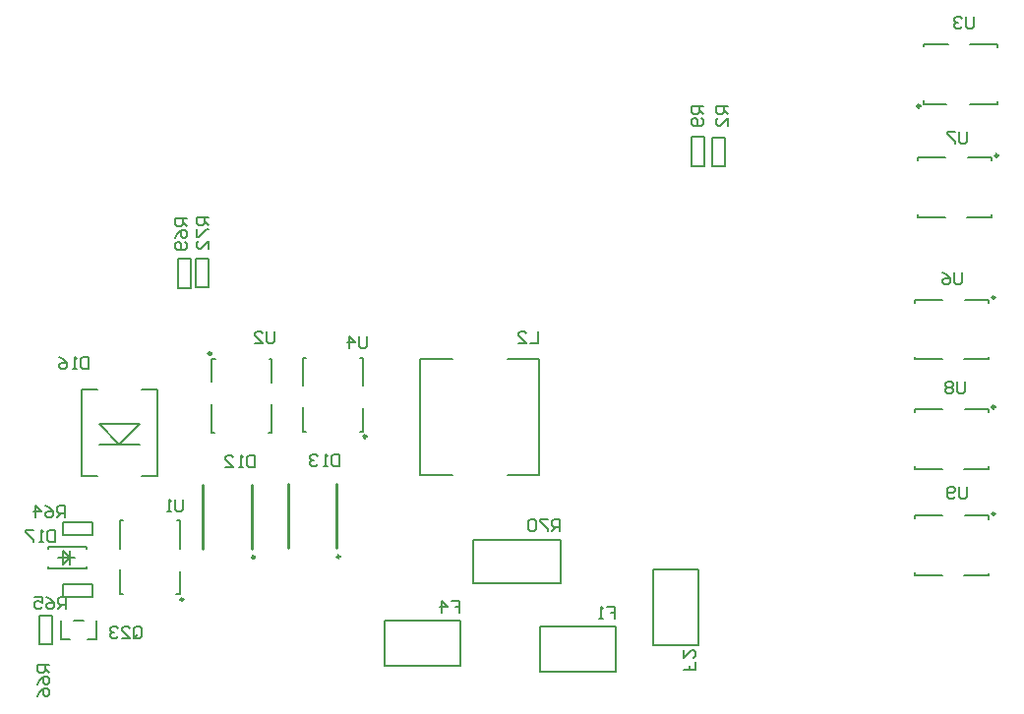
<source format=gbo>
G04*
G04 #@! TF.GenerationSoftware,Altium Limited,Altium Designer,23.10.1 (27)*
G04*
G04 Layer_Color=32896*
%FSLAX25Y25*%
%MOIN*%
G70*
G04*
G04 #@! TF.SameCoordinates,D3AB3FBC-EAD5-4AAA-8E34-AB65D5BEE443*
G04*
G04*
G04 #@! TF.FilePolarity,Positive*
G04*
G01*
G75*
%ADD12C,0.01000*%
%ADD14C,0.00500*%
%ADD18C,0.00700*%
D12*
X457015Y171815D02*
G03*
X457015Y171815I-500J0D01*
G01*
X447515Y88515D02*
G03*
X447515Y88515I-500J0D01*
G01*
X471734Y102776D02*
G03*
X471734Y102776I-461J0D01*
G01*
X722565Y117515D02*
G03*
X722565Y117515I-500J0D01*
G01*
Y153655D02*
G03*
X722565Y153655I-500J0D01*
G01*
X723565Y238936D02*
G03*
X723565Y238936I-500J0D01*
G01*
X722565Y190796D02*
G03*
X722565Y190796I-500J0D01*
G01*
X509615Y143715D02*
G03*
X509615Y143715I-500J0D01*
G01*
X697215Y255715D02*
G03*
X697215Y255715I-500J0D01*
G01*
X500534Y102976D02*
G03*
X500534Y102976I-461J0D01*
G01*
X454148Y105728D02*
Y127382D01*
X470683Y105728D02*
Y127382D01*
X499483Y105928D02*
Y127582D01*
X482948Y105928D02*
Y127582D01*
D14*
X405115Y102615D02*
X410615D01*
X414615Y105615D02*
Y106158D01*
Y99072D02*
Y99615D01*
X401615Y105615D02*
Y106158D01*
Y99072D02*
Y99615D01*
X409015Y100291D02*
Y105015D01*
X406653Y100291D02*
X409015Y102653D01*
X406653Y100291D02*
Y105015D01*
X409015Y102653D01*
X401615Y106158D02*
X414615D01*
X401615Y99072D02*
X414615D01*
X457215Y162315D02*
Y170115D01*
Y145115D02*
Y154564D01*
X477491Y161815D02*
Y170115D01*
Y145115D02*
Y154564D01*
X476615Y170115D02*
X477491D01*
X457215D02*
X458315D01*
X476515Y145115D02*
X477491D01*
X457215D02*
X458215D01*
X445315Y115215D02*
X446315D01*
X426039D02*
X427015D01*
X445215Y90215D02*
X446315D01*
X426039D02*
X426915D01*
X426039Y105766D02*
Y115215D01*
Y90215D02*
Y98515D01*
X446315Y105766D02*
Y115215D01*
Y90215D02*
Y98015D01*
X557258Y170115D02*
X568015D01*
X557258Y130745D02*
X568015D01*
X527857D02*
X538615D01*
X527857Y170115D02*
X538615D01*
X568015Y130745D02*
Y170115D01*
X527857Y130745D02*
Y170115D01*
X568461Y64038D02*
Y79392D01*
X594052Y64038D02*
Y79392D01*
X568461D02*
X594052D01*
X568461Y64038D02*
X594052D01*
X541468Y65938D02*
Y81292D01*
X515878Y65938D02*
Y81292D01*
Y65938D02*
X541468D01*
X515878Y81292D02*
X541468D01*
X606823Y98654D02*
X622177D01*
X606823Y73063D02*
X622177D01*
Y98654D01*
X606823Y73063D02*
Y98654D01*
X695365Y115815D02*
Y116815D01*
Y96539D02*
Y97515D01*
X720365Y115715D02*
Y116815D01*
Y96539D02*
Y97415D01*
X695365Y96539D02*
X704813D01*
X712065D02*
X720365D01*
X695365Y116815D02*
X704813D01*
X712565D02*
X720365D01*
X695365Y151955D02*
Y152955D01*
Y132680D02*
Y133655D01*
X720365Y151855D02*
Y152955D01*
Y132680D02*
Y133555D01*
X695365Y132680D02*
X704813D01*
X712065D02*
X720365D01*
X695365Y152955D02*
X704813D01*
X712565D02*
X720365D01*
X696365Y237236D02*
Y238236D01*
Y217961D02*
Y218936D01*
X721365Y237136D02*
Y238236D01*
Y217961D02*
Y218836D01*
X696365Y217961D02*
X705813D01*
X713065D02*
X721365D01*
X696365Y238236D02*
X705813D01*
X713565D02*
X721365D01*
X695365Y189096D02*
Y190096D01*
Y169820D02*
Y170796D01*
X720365Y188996D02*
Y190096D01*
Y169820D02*
Y170696D01*
X695365Y169820D02*
X704813D01*
X712065D02*
X720365D01*
X695365Y190096D02*
X704813D01*
X712565D02*
X720365D01*
X415005Y74847D02*
X417957D01*
X406146D02*
X409099D01*
X410280Y81147D02*
X413824D01*
X417957Y74847D02*
Y81147D01*
X406146Y74847D02*
Y81147D01*
X508415Y145415D02*
Y153215D01*
Y160966D02*
Y170415D01*
X488139Y145415D02*
Y153715D01*
Y160966D02*
Y170415D01*
Y145415D02*
X489015D01*
X507315D02*
X508415D01*
X488139Y170415D02*
X489115D01*
X507415D02*
X508415D01*
X723415Y256415D02*
Y257415D01*
Y275715D02*
Y276691D01*
X698415Y256415D02*
Y257515D01*
Y275815D02*
Y276691D01*
X713966D02*
X723415D01*
X698415D02*
X706715D01*
X713966Y256415D02*
X723415D01*
X698415D02*
X706215D01*
X451650Y194141D02*
X455980D01*
X451650Y203983D02*
X455980D01*
Y194141D02*
Y203983D01*
X451650Y194141D02*
Y203983D01*
X545862Y93835D02*
X575390D01*
Y108795D01*
X545862D02*
X575390D01*
X545862Y93835D02*
Y108795D01*
X445715Y203945D02*
X450046D01*
X445715Y194102D02*
X450046D01*
X445715D02*
Y203945D01*
X450046Y194102D02*
Y203945D01*
X398750Y83091D02*
X403080D01*
X398750Y73248D02*
X403080D01*
X398750D02*
Y83091D01*
X403080Y73248D02*
Y83091D01*
X406739Y89350D02*
Y93680D01*
X416582Y89350D02*
Y93680D01*
X406739Y89350D02*
X416582D01*
X406739Y93680D02*
X416582D01*
X406739Y110250D02*
Y114580D01*
X416582Y110250D02*
Y114580D01*
X406739Y110250D02*
X416582D01*
X406739Y114580D02*
X416582D01*
X619750Y235347D02*
X624080D01*
X619750Y245189D02*
X624080D01*
Y235347D02*
Y245189D01*
X619750Y235347D02*
Y245189D01*
X626850Y245083D02*
X631180D01*
X626850Y235241D02*
X631180D01*
X626850D02*
Y245083D01*
X631180Y235241D02*
Y245083D01*
X403915Y112014D02*
Y108015D01*
X401916D01*
X401249Y108681D01*
Y111347D01*
X401916Y112014D01*
X403915D01*
X399916Y108015D02*
X398583D01*
X399250D01*
Y112014D01*
X399916Y111347D01*
X396584Y112014D02*
X393918D01*
Y111347D01*
X396584Y108681D01*
Y108015D01*
X415315Y170714D02*
Y166715D01*
X413316D01*
X412649Y167382D01*
Y170047D01*
X413316Y170714D01*
X415315D01*
X411316Y166715D02*
X409983D01*
X410650D01*
Y170714D01*
X411316Y170047D01*
X405318Y170714D02*
X406651Y170047D01*
X407984Y168714D01*
Y167382D01*
X407318Y166715D01*
X405985D01*
X405318Y167382D01*
Y168048D01*
X405985Y168714D01*
X407984D01*
X478400Y179299D02*
Y175967D01*
X477734Y175300D01*
X476401D01*
X475734Y175967D01*
Y179299D01*
X471735Y175300D02*
X474401D01*
X471735Y177966D01*
Y178632D01*
X472402Y179299D01*
X473735D01*
X474401Y178632D01*
X447500Y122399D02*
Y119067D01*
X446834Y118400D01*
X445501D01*
X444834Y119067D01*
Y122399D01*
X443501Y118400D02*
X442168D01*
X442835D01*
Y122399D01*
X443501Y121732D01*
X471700Y137399D02*
Y133400D01*
X469701D01*
X469034Y134066D01*
Y136732D01*
X469701Y137399D01*
X471700D01*
X467701Y133400D02*
X466368D01*
X467035D01*
Y137399D01*
X467701Y136732D01*
X461703Y133400D02*
X464369D01*
X461703Y136066D01*
Y136732D01*
X462370Y137399D01*
X463703D01*
X464369Y136732D01*
X567800Y179299D02*
Y175300D01*
X565134D01*
X561135D02*
X563801D01*
X561135Y177966D01*
Y178632D01*
X561802Y179299D01*
X563135D01*
X563801Y178632D01*
X591134Y86099D02*
X593800D01*
Y84099D01*
X592467D01*
X593800D01*
Y82100D01*
X589801D02*
X588468D01*
X589135D01*
Y86099D01*
X589801Y85432D01*
X538534Y87999D02*
X541200D01*
Y85999D01*
X539867D01*
X541200D01*
Y84000D01*
X535202D02*
Y87999D01*
X537201Y85999D01*
X534536D01*
X621199Y67166D02*
Y64500D01*
X619199D01*
Y65833D01*
Y64500D01*
X617200D01*
Y71165D02*
Y68499D01*
X619866Y71165D01*
X620532D01*
X621199Y70498D01*
Y69165D01*
X620532Y68499D01*
X713015Y126714D02*
Y123381D01*
X712349Y122715D01*
X711016D01*
X710349Y123381D01*
Y126714D01*
X709016Y123381D02*
X708350Y122715D01*
X707017D01*
X706351Y123381D01*
Y126047D01*
X707017Y126714D01*
X708350D01*
X709016Y126047D01*
Y125381D01*
X708350Y124714D01*
X706351D01*
X712515Y162314D02*
Y158982D01*
X711848Y158315D01*
X710516D01*
X709849Y158982D01*
Y162314D01*
X708516Y161647D02*
X707850Y162314D01*
X706517D01*
X705851Y161647D01*
Y160981D01*
X706517Y160314D01*
X705851Y159648D01*
Y158982D01*
X706517Y158315D01*
X707850D01*
X708516Y158982D01*
Y159648D01*
X707850Y160314D01*
X708516Y160981D01*
Y161647D01*
X707850Y160314D02*
X706517D01*
X712976Y246814D02*
Y243481D01*
X712309Y242815D01*
X710976D01*
X710310Y243481D01*
Y246814D01*
X708977D02*
X706311D01*
Y246147D01*
X708977Y243481D01*
Y242815D01*
X711515Y199314D02*
Y195982D01*
X710849Y195315D01*
X709516D01*
X708849Y195982D01*
Y199314D01*
X704850D02*
X706183Y198647D01*
X707516Y197314D01*
Y195982D01*
X706850Y195315D01*
X705517D01*
X704850Y195982D01*
Y196648D01*
X705517Y197314D01*
X707516D01*
X430649Y75981D02*
Y78647D01*
X431316Y79314D01*
X432649D01*
X433315Y78647D01*
Y75981D01*
X432649Y75315D01*
X431316D01*
X431982Y76648D02*
X430649Y75315D01*
X431316D02*
X430649Y75981D01*
X426650Y75315D02*
X429316D01*
X426650Y77981D01*
Y78647D01*
X427317Y79314D01*
X428650D01*
X429316Y78647D01*
X425318D02*
X424651Y79314D01*
X423318D01*
X422652Y78647D01*
Y77981D01*
X423318Y77314D01*
X423985D01*
X423318D01*
X422652Y76648D01*
Y75981D01*
X423318Y75315D01*
X424651D01*
X425318Y75981D01*
X509600Y177599D02*
Y174267D01*
X508934Y173600D01*
X507601D01*
X506934Y174267D01*
Y177599D01*
X503602Y173600D02*
Y177599D01*
X505601Y175599D01*
X502936D01*
X715315Y285814D02*
Y282482D01*
X714648Y281815D01*
X713316D01*
X712649Y282482D01*
Y285814D01*
X711316Y285147D02*
X710650Y285814D01*
X709317D01*
X708650Y285147D01*
Y284481D01*
X709317Y283814D01*
X709983D01*
X709317D01*
X708650Y283148D01*
Y282482D01*
X709317Y281815D01*
X710650D01*
X711316Y282482D01*
X456015Y217915D02*
X452016D01*
Y215916D01*
X452683Y215249D01*
X454016D01*
X454682Y215916D01*
Y217915D01*
Y216582D02*
X456015Y215249D01*
X452016Y213916D02*
Y211250D01*
X452683D01*
X455348Y213916D01*
X456015D01*
Y207252D02*
Y209918D01*
X453349Y207252D01*
X452683D01*
X452016Y207918D01*
Y209251D01*
X452683Y209918D01*
X575100Y111500D02*
Y115499D01*
X573101D01*
X572434Y114832D01*
Y113499D01*
X573101Y112833D01*
X575100D01*
X573767D02*
X572434Y111500D01*
X571101Y115499D02*
X568435D01*
Y114832D01*
X571101Y112167D01*
Y111500D01*
X567103Y114832D02*
X566436Y115499D01*
X565103D01*
X564437Y114832D01*
Y112167D01*
X565103Y111500D01*
X566436D01*
X567103Y112167D01*
Y114832D01*
X448815Y217615D02*
X444816D01*
Y215616D01*
X445483Y214949D01*
X446816D01*
X447482Y215616D01*
Y217615D01*
Y216282D02*
X448815Y214949D01*
X444816Y210950D02*
X445483Y212283D01*
X446816Y213616D01*
X448148D01*
X448815Y212950D01*
Y211617D01*
X448148Y210950D01*
X447482D01*
X446816Y211617D01*
Y213616D01*
X448148Y209618D02*
X448815Y208951D01*
Y207618D01*
X448148Y206952D01*
X445483D01*
X444816Y207618D01*
Y208951D01*
X445483Y209618D01*
X446149D01*
X446816Y208951D01*
Y206952D01*
X402015Y66317D02*
X398016D01*
Y64317D01*
X398683Y63651D01*
X400016D01*
X400682Y64317D01*
Y66317D01*
Y64984D02*
X402015Y63651D01*
X398016Y59652D02*
X398683Y60985D01*
X400016Y62318D01*
X401348D01*
X402015Y61651D01*
Y60318D01*
X401348Y59652D01*
X400682D01*
X400016Y60318D01*
Y62318D01*
X398016Y55653D02*
X398683Y56986D01*
X400016Y58319D01*
X401348D01*
X402015Y57653D01*
Y56320D01*
X401348Y55653D01*
X400682D01*
X400016Y56320D01*
Y58319D01*
X407813Y85415D02*
Y89414D01*
X405814D01*
X405148Y88747D01*
Y87414D01*
X405814Y86748D01*
X407813D01*
X406481D02*
X405148Y85415D01*
X401149Y89414D02*
X402482Y88747D01*
X403815Y87414D01*
Y86081D01*
X403148Y85415D01*
X401815D01*
X401149Y86081D01*
Y86748D01*
X401815Y87414D01*
X403815D01*
X397150Y89414D02*
X399816D01*
Y87414D01*
X398483Y88081D01*
X397817D01*
X397150Y87414D01*
Y86081D01*
X397817Y85415D01*
X399150D01*
X399816Y86081D01*
X407413Y116315D02*
Y120314D01*
X405414D01*
X404748Y119647D01*
Y118314D01*
X405414Y117648D01*
X407413D01*
X406080D02*
X404748Y116315D01*
X400749Y120314D02*
X402082Y119647D01*
X403415Y118314D01*
Y116981D01*
X402748Y116315D01*
X401415D01*
X400749Y116981D01*
Y117648D01*
X401415Y118314D01*
X403415D01*
X397417Y116315D02*
Y120314D01*
X399416Y118314D01*
X396750D01*
X623715Y255715D02*
X619716D01*
Y253716D01*
X620383Y253049D01*
X621716D01*
X622382Y253716D01*
Y255715D01*
Y254382D02*
X623715Y253049D01*
X623048Y251716D02*
X623715Y251050D01*
Y249717D01*
X623048Y249050D01*
X620383D01*
X619716Y249717D01*
Y251050D01*
X620383Y251716D01*
X621049D01*
X621716Y251050D01*
Y249050D01*
X632015Y255715D02*
X628016D01*
Y253716D01*
X628683Y253049D01*
X630016D01*
X630682Y253716D01*
Y255715D01*
Y254382D02*
X632015Y253049D01*
Y249050D02*
Y251716D01*
X629349Y249050D01*
X628683D01*
X628016Y249717D01*
Y251050D01*
X628683Y251716D01*
X500500Y137599D02*
Y133600D01*
X498501D01*
X497834Y134266D01*
Y136932D01*
X498501Y137599D01*
X500500D01*
X496501Y133600D02*
X495168D01*
X495835D01*
Y137599D01*
X496501Y136932D01*
X493169D02*
X492503Y137599D01*
X491170D01*
X490503Y136932D01*
Y136266D01*
X491170Y135599D01*
X491836D01*
X491170D01*
X490503Y134933D01*
Y134266D01*
X491170Y133600D01*
X492503D01*
X493169Y134266D01*
D18*
X418925Y147982D02*
X425815Y141092D01*
X433295Y130265D02*
X438610D01*
Y159793D01*
X433295D02*
X438610D01*
X413020Y130265D02*
X418335D01*
X413020D02*
Y159793D01*
X418335D01*
X418925Y141092D02*
X432705D01*
X418925Y147982D02*
X432705D01*
X425815Y141092D02*
X432705Y147982D01*
M02*

</source>
